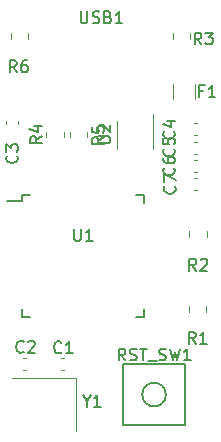
<source format=gbr>
%TF.GenerationSoftware,KiCad,Pcbnew,(5.1.7)-1*%
%TF.CreationDate,2020-10-26T01:34:49-04:00*%
%TF.ProjectId,OreoOrtho,4f72656f-4f72-4746-986f-2e6b69636164,rev?*%
%TF.SameCoordinates,Original*%
%TF.FileFunction,Legend,Top*%
%TF.FilePolarity,Positive*%
%FSLAX46Y46*%
G04 Gerber Fmt 4.6, Leading zero omitted, Abs format (unit mm)*
G04 Created by KiCad (PCBNEW (5.1.7)-1) date 2020-10-26 01:34:49*
%MOMM*%
%LPD*%
G01*
G04 APERTURE LIST*
%ADD10C,0.150000*%
%ADD11C,0.120000*%
G04 APERTURE END LIST*
D10*
%TO.C,U1*%
X181086000Y-52128200D02*
X179811000Y-52128200D01*
X191436000Y-51553200D02*
X190761000Y-51553200D01*
X191436000Y-61903200D02*
X190761000Y-61903200D01*
X181086000Y-61903200D02*
X181761000Y-61903200D01*
X181086000Y-51553200D02*
X181761000Y-51553200D01*
X181086000Y-61903200D02*
X181086000Y-61228200D01*
X191436000Y-61903200D02*
X191436000Y-61228200D01*
X191436000Y-51553200D02*
X191436000Y-52228200D01*
X181086000Y-51553200D02*
X181086000Y-52128200D01*
D11*
%TO.C,C7*%
X195951580Y-50168200D02*
X195670420Y-50168200D01*
X195951580Y-51188200D02*
X195670420Y-51188200D01*
%TO.C,Y1*%
X185649000Y-67043800D02*
X180249000Y-67043800D01*
X185649000Y-71543800D02*
X185649000Y-67043800D01*
%TO.C,U2*%
X192211000Y-47678200D02*
X192211000Y-44728200D01*
X189111000Y-45278200D02*
X189111000Y-47678200D01*
D10*
%TO.C,RST_SW1*%
X189686000Y-65879900D02*
X194886000Y-65879900D01*
X194886000Y-65879900D02*
X194886000Y-71079900D01*
X194886000Y-71079900D02*
X189686000Y-71079900D01*
X189686000Y-71079900D02*
X189686000Y-65879900D01*
X193286000Y-68479900D02*
G75*
G03*
X193286000Y-68479900I-1000000J0D01*
G01*
D11*
%TO.C,R6*%
X181646000Y-38355264D02*
X181646000Y-37901136D01*
X180176000Y-38355264D02*
X180176000Y-37901136D01*
%TO.C,R5*%
X186646000Y-46705264D02*
X186646000Y-46251136D01*
X185176000Y-46705264D02*
X185176000Y-46251136D01*
%TO.C,R4*%
X183176000Y-46251136D02*
X183176000Y-46705264D01*
X184646000Y-46251136D02*
X184646000Y-46705264D01*
%TO.C,R3*%
X195346000Y-38355264D02*
X195346000Y-37901136D01*
X193876000Y-38355264D02*
X193876000Y-37901136D01*
%TO.C,R2*%
X195276000Y-54651136D02*
X195276000Y-55105264D01*
X196746000Y-54651136D02*
X196746000Y-55105264D01*
%TO.C,R1*%
X196696000Y-61455264D02*
X196696000Y-61001136D01*
X195226000Y-61455264D02*
X195226000Y-61001136D01*
%TO.C,F1*%
X193901000Y-42226136D02*
X193901000Y-43430264D01*
X195721000Y-42226136D02*
X195721000Y-43430264D01*
%TO.C,C6*%
X195943580Y-48618200D02*
X195662420Y-48618200D01*
X195943580Y-49638200D02*
X195662420Y-49638200D01*
%TO.C,C5*%
X195943580Y-47068200D02*
X195662420Y-47068200D01*
X195943580Y-48088200D02*
X195662420Y-48088200D01*
%TO.C,C4*%
X195943580Y-45508800D02*
X195662420Y-45508800D01*
X195943580Y-46528800D02*
X195662420Y-46528800D01*
%TO.C,C3*%
X179751000Y-45287620D02*
X179751000Y-45568780D01*
X180771000Y-45287620D02*
X180771000Y-45568780D01*
%TO.C,C2*%
X181439580Y-65383800D02*
X181158420Y-65383800D01*
X181439580Y-66403800D02*
X181158420Y-66403800D01*
%TO.C,C1*%
X184408420Y-66403800D02*
X184689580Y-66403800D01*
X184408420Y-65383800D02*
X184689580Y-65383800D01*
%TO.C,U1*%
D10*
X185522530Y-54458702D02*
X185522530Y-55268226D01*
X185570149Y-55363464D01*
X185617768Y-55411083D01*
X185713006Y-55458702D01*
X185903482Y-55458702D01*
X185998720Y-55411083D01*
X186046339Y-55363464D01*
X186093958Y-55268226D01*
X186093958Y-54458702D01*
X187093958Y-55458702D02*
X186522530Y-55458702D01*
X186808244Y-55458702D02*
X186808244Y-54458702D01*
X186713006Y-54601560D01*
X186617768Y-54696798D01*
X186522530Y-54744417D01*
%TO.C,C7*%
X194018142Y-50844866D02*
X194065761Y-50892485D01*
X194113380Y-51035342D01*
X194113380Y-51130580D01*
X194065761Y-51273438D01*
X193970523Y-51368676D01*
X193875285Y-51416295D01*
X193684809Y-51463914D01*
X193541952Y-51463914D01*
X193351476Y-51416295D01*
X193256238Y-51368676D01*
X193161000Y-51273438D01*
X193113380Y-51130580D01*
X193113380Y-51035342D01*
X193161000Y-50892485D01*
X193208619Y-50844866D01*
X193113380Y-50511533D02*
X193113380Y-49844866D01*
X194113380Y-50273438D01*
%TO.C,USB1*%
X186072904Y-36030580D02*
X186072904Y-36840104D01*
X186120523Y-36935342D01*
X186168142Y-36982961D01*
X186263380Y-37030580D01*
X186453857Y-37030580D01*
X186549095Y-36982961D01*
X186596714Y-36935342D01*
X186644333Y-36840104D01*
X186644333Y-36030580D01*
X187072904Y-36982961D02*
X187215761Y-37030580D01*
X187453857Y-37030580D01*
X187549095Y-36982961D01*
X187596714Y-36935342D01*
X187644333Y-36840104D01*
X187644333Y-36744866D01*
X187596714Y-36649628D01*
X187549095Y-36602009D01*
X187453857Y-36554390D01*
X187263380Y-36506771D01*
X187168142Y-36459152D01*
X187120523Y-36411533D01*
X187072904Y-36316295D01*
X187072904Y-36221057D01*
X187120523Y-36125819D01*
X187168142Y-36078200D01*
X187263380Y-36030580D01*
X187501476Y-36030580D01*
X187644333Y-36078200D01*
X188406238Y-36506771D02*
X188549095Y-36554390D01*
X188596714Y-36602009D01*
X188644333Y-36697247D01*
X188644333Y-36840104D01*
X188596714Y-36935342D01*
X188549095Y-36982961D01*
X188453857Y-37030580D01*
X188072904Y-37030580D01*
X188072904Y-36030580D01*
X188406238Y-36030580D01*
X188501476Y-36078200D01*
X188549095Y-36125819D01*
X188596714Y-36221057D01*
X188596714Y-36316295D01*
X188549095Y-36411533D01*
X188501476Y-36459152D01*
X188406238Y-36506771D01*
X188072904Y-36506771D01*
X189596714Y-37030580D02*
X189025285Y-37030580D01*
X189311000Y-37030580D02*
X189311000Y-36030580D01*
X189215761Y-36173438D01*
X189120523Y-36268676D01*
X189025285Y-36316295D01*
%TO.C,Y1*%
X186572809Y-69019990D02*
X186572809Y-69496180D01*
X186239476Y-68496180D02*
X186572809Y-69019990D01*
X186906142Y-68496180D01*
X187763285Y-69496180D02*
X187191857Y-69496180D01*
X187477571Y-69496180D02*
X187477571Y-68496180D01*
X187382333Y-68639038D01*
X187287095Y-68734276D01*
X187191857Y-68781895D01*
%TO.C,U2*%
X187563380Y-47190104D02*
X188372904Y-47190104D01*
X188468142Y-47142485D01*
X188515761Y-47094866D01*
X188563380Y-46999628D01*
X188563380Y-46809152D01*
X188515761Y-46713914D01*
X188468142Y-46666295D01*
X188372904Y-46618676D01*
X187563380Y-46618676D01*
X187658619Y-46190104D02*
X187611000Y-46142485D01*
X187563380Y-46047247D01*
X187563380Y-45809152D01*
X187611000Y-45713914D01*
X187658619Y-45666295D01*
X187753857Y-45618676D01*
X187849095Y-45618676D01*
X187991952Y-45666295D01*
X188563380Y-46237723D01*
X188563380Y-45618676D01*
%TO.C,RST_SW1*%
X189858611Y-65580555D02*
X189525277Y-65104365D01*
X189287182Y-65580555D02*
X189287182Y-64580555D01*
X189668134Y-64580555D01*
X189763372Y-64628175D01*
X189810992Y-64675794D01*
X189858611Y-64771032D01*
X189858611Y-64913889D01*
X189810992Y-65009127D01*
X189763372Y-65056746D01*
X189668134Y-65104365D01*
X189287182Y-65104365D01*
X190239563Y-65532936D02*
X190382420Y-65580555D01*
X190620515Y-65580555D01*
X190715753Y-65532936D01*
X190763372Y-65485317D01*
X190810992Y-65390079D01*
X190810992Y-65294841D01*
X190763372Y-65199603D01*
X190715753Y-65151984D01*
X190620515Y-65104365D01*
X190430039Y-65056746D01*
X190334801Y-65009127D01*
X190287182Y-64961508D01*
X190239563Y-64866270D01*
X190239563Y-64771032D01*
X190287182Y-64675794D01*
X190334801Y-64628175D01*
X190430039Y-64580555D01*
X190668134Y-64580555D01*
X190810992Y-64628175D01*
X191096706Y-64580555D02*
X191668134Y-64580555D01*
X191382420Y-65580555D02*
X191382420Y-64580555D01*
X191763372Y-65675794D02*
X192525277Y-65675794D01*
X192715753Y-65532936D02*
X192858611Y-65580555D01*
X193096706Y-65580555D01*
X193191944Y-65532936D01*
X193239563Y-65485317D01*
X193287182Y-65390079D01*
X193287182Y-65294841D01*
X193239563Y-65199603D01*
X193191944Y-65151984D01*
X193096706Y-65104365D01*
X192906230Y-65056746D01*
X192810992Y-65009127D01*
X192763372Y-64961508D01*
X192715753Y-64866270D01*
X192715753Y-64771032D01*
X192763372Y-64675794D01*
X192810992Y-64628175D01*
X192906230Y-64580555D01*
X193144325Y-64580555D01*
X193287182Y-64628175D01*
X193620515Y-64580555D02*
X193858611Y-65580555D01*
X194049087Y-64866270D01*
X194239563Y-65580555D01*
X194477658Y-64580555D01*
X195382420Y-65580555D02*
X194810992Y-65580555D01*
X195096706Y-65580555D02*
X195096706Y-64580555D01*
X195001468Y-64723413D01*
X194906230Y-64818651D01*
X194810992Y-64866270D01*
%TO.C,R6*%
X180644333Y-41180580D02*
X180311000Y-40704390D01*
X180072904Y-41180580D02*
X180072904Y-40180580D01*
X180453857Y-40180580D01*
X180549095Y-40228200D01*
X180596714Y-40275819D01*
X180644333Y-40371057D01*
X180644333Y-40513914D01*
X180596714Y-40609152D01*
X180549095Y-40656771D01*
X180453857Y-40704390D01*
X180072904Y-40704390D01*
X181501476Y-40180580D02*
X181311000Y-40180580D01*
X181215761Y-40228200D01*
X181168142Y-40275819D01*
X181072904Y-40418676D01*
X181025285Y-40609152D01*
X181025285Y-40990104D01*
X181072904Y-41085342D01*
X181120523Y-41132961D01*
X181215761Y-41180580D01*
X181406238Y-41180580D01*
X181501476Y-41132961D01*
X181549095Y-41085342D01*
X181596714Y-40990104D01*
X181596714Y-40752009D01*
X181549095Y-40656771D01*
X181501476Y-40609152D01*
X181406238Y-40561533D01*
X181215761Y-40561533D01*
X181120523Y-40609152D01*
X181072904Y-40656771D01*
X181025285Y-40752009D01*
%TO.C,R5*%
X188032128Y-46688618D02*
X187555938Y-47021952D01*
X188032128Y-47260047D02*
X187032128Y-47260047D01*
X187032128Y-46879094D01*
X187079748Y-46783856D01*
X187127367Y-46736237D01*
X187222605Y-46688618D01*
X187365462Y-46688618D01*
X187460700Y-46736237D01*
X187508319Y-46783856D01*
X187555938Y-46879094D01*
X187555938Y-47260047D01*
X187032128Y-45783856D02*
X187032128Y-46260047D01*
X187508319Y-46307666D01*
X187460700Y-46260047D01*
X187413081Y-46164809D01*
X187413081Y-45926713D01*
X187460700Y-45831475D01*
X187508319Y-45783856D01*
X187603557Y-45736237D01*
X187841652Y-45736237D01*
X187936890Y-45783856D01*
X187984509Y-45831475D01*
X188032128Y-45926713D01*
X188032128Y-46164809D01*
X187984509Y-46260047D01*
X187936890Y-46307666D01*
%TO.C,R4*%
X182782128Y-46626118D02*
X182305938Y-46959452D01*
X182782128Y-47197547D02*
X181782128Y-47197547D01*
X181782128Y-46816594D01*
X181829748Y-46721356D01*
X181877367Y-46673737D01*
X181972605Y-46626118D01*
X182115462Y-46626118D01*
X182210700Y-46673737D01*
X182258319Y-46721356D01*
X182305938Y-46816594D01*
X182305938Y-47197547D01*
X182115462Y-45768975D02*
X182782128Y-45768975D01*
X181734509Y-46007071D02*
X182448795Y-46245166D01*
X182448795Y-45626118D01*
%TO.C,R3*%
X196294333Y-38830580D02*
X195961000Y-38354390D01*
X195722904Y-38830580D02*
X195722904Y-37830580D01*
X196103857Y-37830580D01*
X196199095Y-37878200D01*
X196246714Y-37925819D01*
X196294333Y-38021057D01*
X196294333Y-38163914D01*
X196246714Y-38259152D01*
X196199095Y-38306771D01*
X196103857Y-38354390D01*
X195722904Y-38354390D01*
X196627666Y-37830580D02*
X197246714Y-37830580D01*
X196913380Y-38211533D01*
X197056238Y-38211533D01*
X197151476Y-38259152D01*
X197199095Y-38306771D01*
X197246714Y-38402009D01*
X197246714Y-38640104D01*
X197199095Y-38735342D01*
X197151476Y-38782961D01*
X197056238Y-38830580D01*
X196770523Y-38830580D01*
X196675285Y-38782961D01*
X196627666Y-38735342D01*
%TO.C,R2*%
X195844333Y-57980580D02*
X195511000Y-57504390D01*
X195272904Y-57980580D02*
X195272904Y-56980580D01*
X195653857Y-56980580D01*
X195749095Y-57028200D01*
X195796714Y-57075819D01*
X195844333Y-57171057D01*
X195844333Y-57313914D01*
X195796714Y-57409152D01*
X195749095Y-57456771D01*
X195653857Y-57504390D01*
X195272904Y-57504390D01*
X196225285Y-57075819D02*
X196272904Y-57028200D01*
X196368142Y-56980580D01*
X196606238Y-56980580D01*
X196701476Y-57028200D01*
X196749095Y-57075819D01*
X196796714Y-57171057D01*
X196796714Y-57266295D01*
X196749095Y-57409152D01*
X196177666Y-57980580D01*
X196796714Y-57980580D01*
%TO.C,R1*%
X195794333Y-64180580D02*
X195461000Y-63704390D01*
X195222904Y-64180580D02*
X195222904Y-63180580D01*
X195603857Y-63180580D01*
X195699095Y-63228200D01*
X195746714Y-63275819D01*
X195794333Y-63371057D01*
X195794333Y-63513914D01*
X195746714Y-63609152D01*
X195699095Y-63656771D01*
X195603857Y-63704390D01*
X195222904Y-63704390D01*
X196746714Y-64180580D02*
X196175285Y-64180580D01*
X196461000Y-64180580D02*
X196461000Y-63180580D01*
X196365761Y-63323438D01*
X196270523Y-63418676D01*
X196175285Y-63466295D01*
%TO.C,F1*%
X196427666Y-42756771D02*
X196094333Y-42756771D01*
X196094333Y-43280580D02*
X196094333Y-42280580D01*
X196570523Y-42280580D01*
X197475285Y-43280580D02*
X196903857Y-43280580D01*
X197189571Y-43280580D02*
X197189571Y-42280580D01*
X197094333Y-42423438D01*
X196999095Y-42518676D01*
X196903857Y-42566295D01*
%TO.C,C6*%
X193967884Y-49294866D02*
X194015503Y-49342485D01*
X194063122Y-49485342D01*
X194063122Y-49580580D01*
X194015503Y-49723438D01*
X193920265Y-49818676D01*
X193825027Y-49866295D01*
X193634551Y-49913914D01*
X193491694Y-49913914D01*
X193301218Y-49866295D01*
X193205980Y-49818676D01*
X193110742Y-49723438D01*
X193063122Y-49580580D01*
X193063122Y-49485342D01*
X193110742Y-49342485D01*
X193158361Y-49294866D01*
X193063122Y-48437723D02*
X193063122Y-48628200D01*
X193110742Y-48723438D01*
X193158361Y-48771057D01*
X193301218Y-48866295D01*
X193491694Y-48913914D01*
X193872646Y-48913914D01*
X193967884Y-48866295D01*
X194015503Y-48818676D01*
X194063122Y-48723438D01*
X194063122Y-48532961D01*
X194015503Y-48437723D01*
X193967884Y-48390104D01*
X193872646Y-48342485D01*
X193634551Y-48342485D01*
X193539313Y-48390104D01*
X193491694Y-48437723D01*
X193444075Y-48532961D01*
X193444075Y-48723438D01*
X193491694Y-48818676D01*
X193539313Y-48866295D01*
X193634551Y-48913914D01*
%TO.C,C5*%
X193967884Y-47679245D02*
X194015503Y-47726864D01*
X194063122Y-47869721D01*
X194063122Y-47964959D01*
X194015503Y-48107817D01*
X193920265Y-48203055D01*
X193825027Y-48250674D01*
X193634551Y-48298293D01*
X193491694Y-48298293D01*
X193301218Y-48250674D01*
X193205980Y-48203055D01*
X193110742Y-48107817D01*
X193063122Y-47964959D01*
X193063122Y-47869721D01*
X193110742Y-47726864D01*
X193158361Y-47679245D01*
X193063122Y-46774483D02*
X193063122Y-47250674D01*
X193539313Y-47298293D01*
X193491694Y-47250674D01*
X193444075Y-47155436D01*
X193444075Y-46917340D01*
X193491694Y-46822102D01*
X193539313Y-46774483D01*
X193634551Y-46726864D01*
X193872646Y-46726864D01*
X193967884Y-46774483D01*
X194015503Y-46822102D01*
X194063122Y-46917340D01*
X194063122Y-47155436D01*
X194015503Y-47250674D01*
X193967884Y-47298293D01*
%TO.C,C4*%
X193967884Y-46194804D02*
X194015503Y-46242423D01*
X194063122Y-46385280D01*
X194063122Y-46480518D01*
X194015503Y-46623376D01*
X193920265Y-46718614D01*
X193825027Y-46766233D01*
X193634551Y-46813852D01*
X193491694Y-46813852D01*
X193301218Y-46766233D01*
X193205980Y-46718614D01*
X193110742Y-46623376D01*
X193063122Y-46480518D01*
X193063122Y-46385280D01*
X193110742Y-46242423D01*
X193158361Y-46194804D01*
X193396456Y-45337661D02*
X194063122Y-45337661D01*
X193015503Y-45575757D02*
X193729789Y-45813852D01*
X193729789Y-45194804D01*
%TO.C,C3*%
X180668142Y-48244866D02*
X180715761Y-48292485D01*
X180763380Y-48435342D01*
X180763380Y-48530580D01*
X180715761Y-48673438D01*
X180620523Y-48768676D01*
X180525285Y-48816295D01*
X180334809Y-48863914D01*
X180191952Y-48863914D01*
X180001476Y-48816295D01*
X179906238Y-48768676D01*
X179811000Y-48673438D01*
X179763380Y-48530580D01*
X179763380Y-48435342D01*
X179811000Y-48292485D01*
X179858619Y-48244866D01*
X179763380Y-47911533D02*
X179763380Y-47292485D01*
X180144333Y-47625819D01*
X180144333Y-47482961D01*
X180191952Y-47387723D01*
X180239571Y-47340104D01*
X180334809Y-47292485D01*
X180572904Y-47292485D01*
X180668142Y-47340104D01*
X180715761Y-47387723D01*
X180763380Y-47482961D01*
X180763380Y-47768676D01*
X180715761Y-47863914D01*
X180668142Y-47911533D01*
%TO.C,C2*%
X181244837Y-64835324D02*
X181197218Y-64882943D01*
X181054361Y-64930562D01*
X180959123Y-64930562D01*
X180816265Y-64882943D01*
X180721027Y-64787705D01*
X180673408Y-64692467D01*
X180625789Y-64501991D01*
X180625789Y-64359134D01*
X180673408Y-64168658D01*
X180721027Y-64073420D01*
X180816265Y-63978182D01*
X180959123Y-63930562D01*
X181054361Y-63930562D01*
X181197218Y-63978182D01*
X181244837Y-64025801D01*
X181625789Y-64025801D02*
X181673408Y-63978182D01*
X181768646Y-63930562D01*
X182006742Y-63930562D01*
X182101980Y-63978182D01*
X182149599Y-64025801D01*
X182197218Y-64121039D01*
X182197218Y-64216277D01*
X182149599Y-64359134D01*
X181578170Y-64930562D01*
X182197218Y-64930562D01*
%TO.C,C1*%
X184444837Y-64885324D02*
X184397218Y-64932943D01*
X184254361Y-64980562D01*
X184159123Y-64980562D01*
X184016265Y-64932943D01*
X183921027Y-64837705D01*
X183873408Y-64742467D01*
X183825789Y-64551991D01*
X183825789Y-64409134D01*
X183873408Y-64218658D01*
X183921027Y-64123420D01*
X184016265Y-64028182D01*
X184159123Y-63980562D01*
X184254361Y-63980562D01*
X184397218Y-64028182D01*
X184444837Y-64075801D01*
X185397218Y-64980562D02*
X184825789Y-64980562D01*
X185111504Y-64980562D02*
X185111504Y-63980562D01*
X185016265Y-64123420D01*
X184921027Y-64218658D01*
X184825789Y-64266277D01*
%TD*%
M02*

</source>
